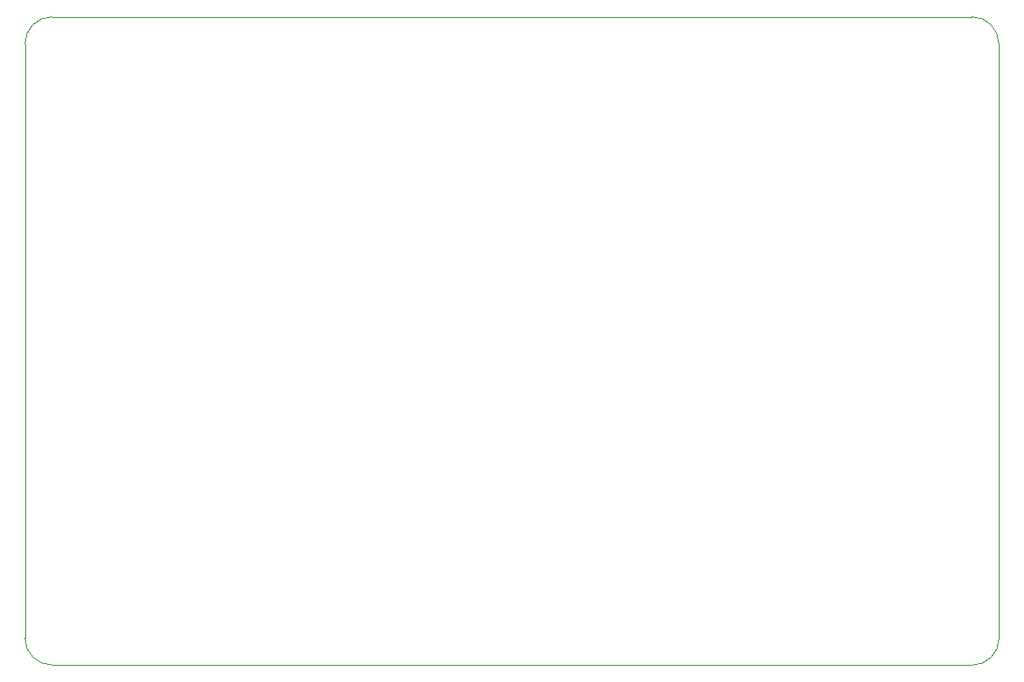
<source format=gm1>
G04 #@! TF.GenerationSoftware,KiCad,Pcbnew,(6.0.9)*
G04 #@! TF.CreationDate,2022-11-27T19:02:43-05:00*
G04 #@! TF.ProjectId,usbcounter,75736263-6f75-46e7-9465-722e6b696361,rev?*
G04 #@! TF.SameCoordinates,Original*
G04 #@! TF.FileFunction,Profile,NP*
%FSLAX46Y46*%
G04 Gerber Fmt 4.6, Leading zero omitted, Abs format (unit mm)*
G04 Created by KiCad (PCBNEW (6.0.9)) date 2022-11-27 19:02:43*
%MOMM*%
%LPD*%
G01*
G04 APERTURE LIST*
G04 #@! TA.AperFunction,Profile*
%ADD10C,0.100000*%
G04 #@! TD*
G04 APERTURE END LIST*
D10*
X139700000Y-111760000D02*
G75*
G03*
X142240000Y-109220000I0J2540000D01*
G01*
X142221949Y-53358051D02*
X142240000Y-109220000D01*
X53358051Y-50818051D02*
X139681949Y-50818051D01*
X50818051Y-109201949D02*
X50818051Y-53358051D01*
X139700000Y-111760000D02*
X53358051Y-111741949D01*
X142221949Y-53358051D02*
G75*
G03*
X139681949Y-50818051I-2539949J51D01*
G01*
X53358051Y-50818051D02*
G75*
G03*
X50818051Y-53358051I-1J-2539999D01*
G01*
X50818051Y-109201949D02*
G75*
G03*
X53358051Y-111741949I2540049J49D01*
G01*
M02*

</source>
